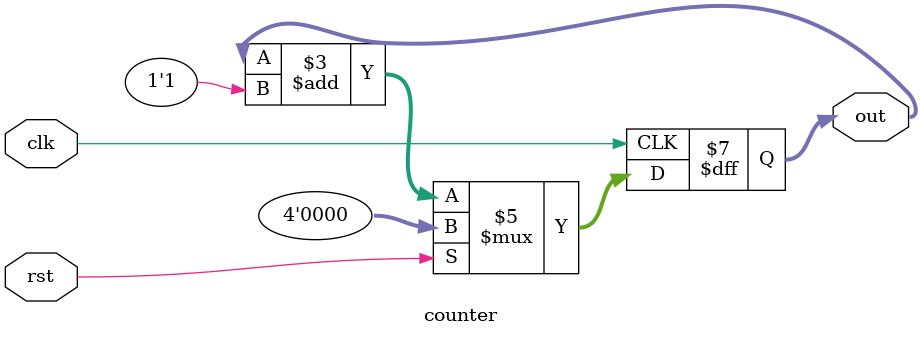
<source format=v>
module counter (clk,rst,out);
input wire clk,rst;
output reg [3:0]out;
always @(posedge clk ) begin

    if (rst == 1'b 1) begin
        out <= 4'b0000;
    end
    else begin
        out <= out + 1'b1;
    end
end

endmodule
</source>
